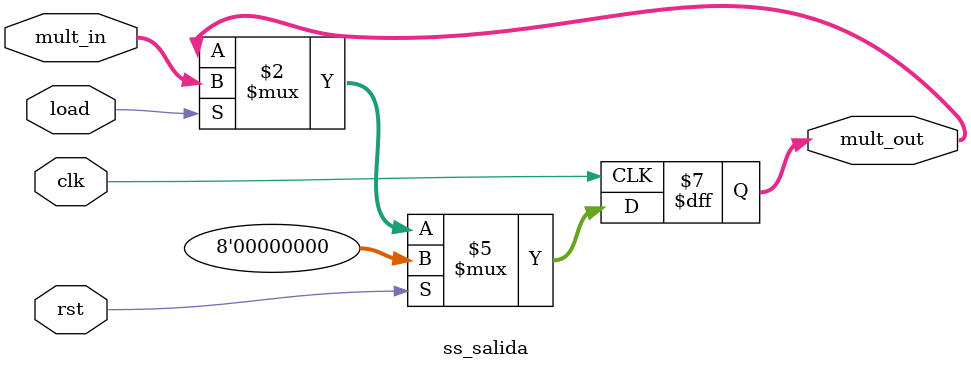
<source format=sv>
module ss_salida (
	input logic clk,
	input logic rst,
	
	input logic [7:0] mult_in,
	input logic load,

	output logic [7:0] mult_out
);

always_ff @(posedge clk) begin
	if (rst) mult_out<=8'b0;
	else if (load) mult_out<=mult_in;
end

endmodule

</source>
